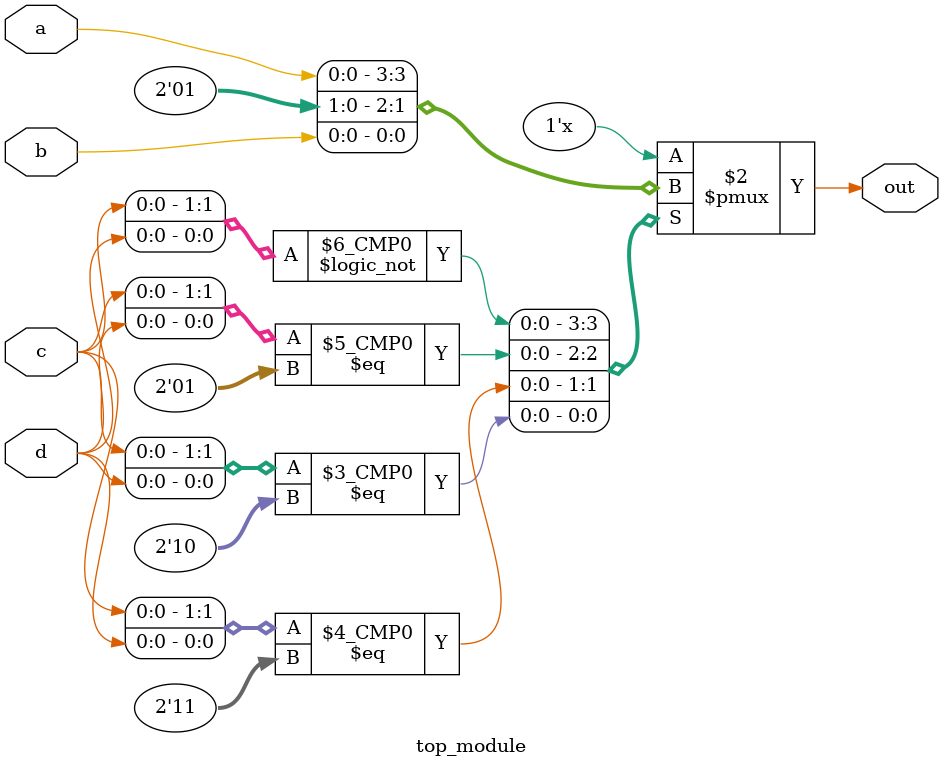
<source format=sv>
module top_module (
    input a, 
    input b,
    input c,
    input d,
    output reg out
);

always @(*) begin
    case ({c, d})
        2'b00: out = a;
        2'b01: out = 0;
        2'b11: out = 1;
        2'b10: out = b;
    endcase
end

endmodule

</source>
